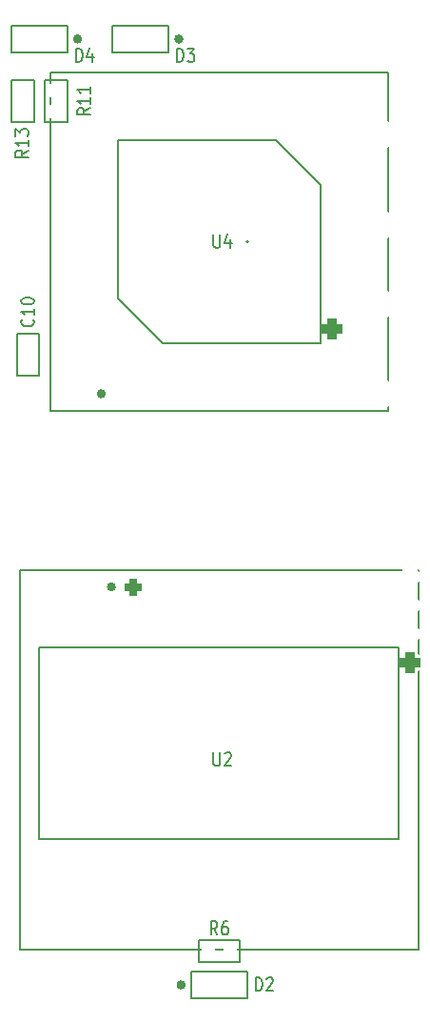
<source format=gto>
G04 #@! TF.GenerationSoftware,KiCad,Pcbnew,(6.0.9)*
G04 #@! TF.CreationDate,2024-01-28T17:54:01+01:00*
G04 #@! TF.ProjectId,Spoke,53706f6b-652e-46b6-9963-61645f706362,1.1*
G04 #@! TF.SameCoordinates,PX5f5e100PY5f5e100*
G04 #@! TF.FileFunction,Legend,Top*
G04 #@! TF.FilePolarity,Positive*
%FSLAX46Y46*%
G04 Gerber Fmt 4.6, Leading zero omitted, Abs format (unit mm)*
G04 Created by KiCad (PCBNEW (6.0.9)) date 2024-01-28 17:54:01*
%MOMM*%
%LPD*%
G01*
G04 APERTURE LIST*
G04 Aperture macros list*
%AMRoundRect*
0 Rectangle with rounded corners*
0 $1 Rounding radius*
0 $2 $3 $4 $5 $6 $7 $8 $9 X,Y pos of 4 corners*
0 Add a 4 corners polygon primitive as box body*
4,1,4,$2,$3,$4,$5,$6,$7,$8,$9,$2,$3,0*
0 Add four circle primitives for the rounded corners*
1,1,$1+$1,$2,$3*
1,1,$1+$1,$4,$5*
1,1,$1+$1,$6,$7*
1,1,$1+$1,$8,$9*
0 Add four rect primitives between the rounded corners*
20,1,$1+$1,$2,$3,$4,$5,0*
20,1,$1+$1,$4,$5,$6,$7,0*
20,1,$1+$1,$6,$7,$8,$9,0*
20,1,$1+$1,$8,$9,$2,$3,0*%
G04 Aperture macros list end*
%ADD10C,0.200000*%
%ADD11C,0.400000*%
%ADD12R,1.300000X1.500000*%
%ADD13R,1.600000X1.800000*%
%ADD14RoundRect,0.375000X-0.375000X-0.375000X0.375000X-0.375000X0.375000X0.375000X-0.375000X0.375000X0*%
%ADD15C,1.500000*%
%ADD16R,1.500000X1.300000*%
%ADD17R,3.000000X2.000000*%
%ADD18O,3.000000X2.000000*%
%ADD19C,1.750000*%
%ADD20C,2.500000*%
%ADD21C,1.800000*%
%ADD22RoundRect,0.450000X0.450000X-0.450000X0.450000X0.450000X-0.450000X0.450000X-0.450000X-0.450000X0*%
%ADD23RoundRect,0.450000X-0.450000X0.450000X-0.450000X-0.450000X0.450000X-0.450000X0.450000X0.450000X0*%
%ADD24O,2.600000X4.000000*%
G04 APERTURE END LIST*
D10*
G04 #@! TO.C,R6*
X-166667Y-37542857D02*
X-500000Y-36971428D01*
X-738096Y-37542857D02*
X-738096Y-36342857D01*
X-357143Y-36342857D01*
X-261905Y-36400000D01*
X-214286Y-36457142D01*
X-166667Y-36571428D01*
X-166667Y-36742857D01*
X-214286Y-36857142D01*
X-261905Y-36914285D01*
X-357143Y-36971428D01*
X-738096Y-36971428D01*
X690476Y-36342857D02*
X500000Y-36342857D01*
X404761Y-36400000D01*
X357142Y-36457142D01*
X261904Y-36628571D01*
X214285Y-36857142D01*
X214285Y-37314285D01*
X261904Y-37428571D01*
X309523Y-37485714D01*
X404761Y-37542857D01*
X595238Y-37542857D01*
X690476Y-37485714D01*
X738095Y-37428571D01*
X785714Y-37314285D01*
X785714Y-37028571D01*
X738095Y-36914285D01*
X690476Y-36857142D01*
X595238Y-36800000D01*
X404761Y-36800000D01*
X309523Y-36857142D01*
X261904Y-36914285D01*
X214285Y-37028571D01*
G04 #@! TO.C,D4*
X-12738096Y39957143D02*
X-12738096Y41157143D01*
X-12500000Y41157143D01*
X-12357143Y41100000D01*
X-12261905Y40985715D01*
X-12214286Y40871429D01*
X-12166667Y40642858D01*
X-12166667Y40471429D01*
X-12214286Y40242858D01*
X-12261905Y40128572D01*
X-12357143Y40014286D01*
X-12500000Y39957143D01*
X-12738096Y39957143D01*
X-11309524Y40757143D02*
X-11309524Y39957143D01*
X-11547620Y41214286D02*
X-11785715Y40357143D01*
X-11166667Y40357143D01*
G04 #@! TO.C,U2*
X-511905Y-21342857D02*
X-511905Y-22314285D01*
X-464286Y-22428571D01*
X-416667Y-22485714D01*
X-321429Y-22542857D01*
X-130953Y-22542857D01*
X-35715Y-22485714D01*
X11904Y-22428571D01*
X59523Y-22314285D01*
X59523Y-21342857D01*
X488095Y-21457142D02*
X535714Y-21400000D01*
X630952Y-21342857D01*
X869047Y-21342857D01*
X964285Y-21400000D01*
X1011904Y-21457142D01*
X1059523Y-21571428D01*
X1059523Y-21685714D01*
X1011904Y-21857142D01*
X440476Y-22542857D01*
X1059523Y-22542857D01*
G04 #@! TO.C,C10*
X-16571429Y17107143D02*
X-16514286Y17059524D01*
X-16457143Y16916667D01*
X-16457143Y16821429D01*
X-16514286Y16678572D01*
X-16628572Y16583334D01*
X-16742858Y16535715D01*
X-16971429Y16488096D01*
X-17142858Y16488096D01*
X-17371429Y16535715D01*
X-17485715Y16583334D01*
X-17600000Y16678572D01*
X-17657143Y16821429D01*
X-17657143Y16916667D01*
X-17600000Y17059524D01*
X-17542858Y17107143D01*
X-16457143Y18059524D02*
X-16457143Y17488096D01*
X-16457143Y17773810D02*
X-17657143Y17773810D01*
X-17485715Y17678572D01*
X-17371429Y17583334D01*
X-17314286Y17488096D01*
X-17657143Y18678572D02*
X-17657143Y18773810D01*
X-17600000Y18869048D01*
X-17542858Y18916667D01*
X-17428572Y18964286D01*
X-17200000Y19011905D01*
X-16914286Y19011905D01*
X-16685715Y18964286D01*
X-16571429Y18916667D01*
X-16514286Y18869048D01*
X-16457143Y18773810D01*
X-16457143Y18678572D01*
X-16514286Y18583334D01*
X-16571429Y18535715D01*
X-16685715Y18488096D01*
X-16914286Y18440477D01*
X-17200000Y18440477D01*
X-17428572Y18488096D01*
X-17542858Y18535715D01*
X-17600000Y18583334D01*
X-17657143Y18678572D01*
G04 #@! TO.C,D3*
X-3738096Y39957143D02*
X-3738096Y41157143D01*
X-3500000Y41157143D01*
X-3357143Y41100000D01*
X-3261905Y40985715D01*
X-3214286Y40871429D01*
X-3166667Y40642858D01*
X-3166667Y40471429D01*
X-3214286Y40242858D01*
X-3261905Y40128572D01*
X-3357143Y40014286D01*
X-3500000Y39957143D01*
X-3738096Y39957143D01*
X-2833334Y41157143D02*
X-2214286Y41157143D01*
X-2547620Y40700000D01*
X-2404762Y40700000D01*
X-2309524Y40642858D01*
X-2261905Y40585715D01*
X-2214286Y40471429D01*
X-2214286Y40185715D01*
X-2261905Y40071429D01*
X-2309524Y40014286D01*
X-2404762Y39957143D01*
X-2690477Y39957143D01*
X-2785715Y40014286D01*
X-2833334Y40071429D01*
G04 #@! TO.C,U4*
X-511905Y24657143D02*
X-511905Y23685715D01*
X-464286Y23571429D01*
X-416667Y23514286D01*
X-321429Y23457143D01*
X-130953Y23457143D01*
X-35715Y23514286D01*
X11904Y23571429D01*
X59523Y23685715D01*
X59523Y24657143D01*
X964285Y24257143D02*
X964285Y23457143D01*
X726190Y24714286D02*
X488095Y23857143D01*
X1107142Y23857143D01*
G04 #@! TO.C,D2*
X3261904Y-42542857D02*
X3261904Y-41342857D01*
X3500000Y-41342857D01*
X3642857Y-41400000D01*
X3738095Y-41514285D01*
X3785714Y-41628571D01*
X3833333Y-41857142D01*
X3833333Y-42028571D01*
X3785714Y-42257142D01*
X3738095Y-42371428D01*
X3642857Y-42485714D01*
X3500000Y-42542857D01*
X3261904Y-42542857D01*
X4214285Y-41457142D02*
X4261904Y-41400000D01*
X4357142Y-41342857D01*
X4595238Y-41342857D01*
X4690476Y-41400000D01*
X4738095Y-41457142D01*
X4785714Y-41571428D01*
X4785714Y-41685714D01*
X4738095Y-41857142D01*
X4166666Y-42542857D01*
X4785714Y-42542857D01*
G04 #@! TO.C,R13*
X-16957143Y32107143D02*
X-17528572Y31773810D01*
X-16957143Y31535715D02*
X-18157143Y31535715D01*
X-18157143Y31916667D01*
X-18100000Y32011905D01*
X-18042858Y32059524D01*
X-17928572Y32107143D01*
X-17757143Y32107143D01*
X-17642858Y32059524D01*
X-17585715Y32011905D01*
X-17528572Y31916667D01*
X-17528572Y31535715D01*
X-16957143Y33059524D02*
X-16957143Y32488096D01*
X-16957143Y32773810D02*
X-18157143Y32773810D01*
X-17985715Y32678572D01*
X-17871429Y32583334D01*
X-17814286Y32488096D01*
X-18157143Y33392858D02*
X-18157143Y34011905D01*
X-17700000Y33678572D01*
X-17700000Y33821429D01*
X-17642858Y33916667D01*
X-17585715Y33964286D01*
X-17471429Y34011905D01*
X-17185715Y34011905D01*
X-17071429Y33964286D01*
X-17014286Y33916667D01*
X-16957143Y33821429D01*
X-16957143Y33535715D01*
X-17014286Y33440477D01*
X-17071429Y33392858D01*
G04 #@! TO.C,R11*
X-11457143Y35857143D02*
X-12028572Y35523810D01*
X-11457143Y35285715D02*
X-12657143Y35285715D01*
X-12657143Y35666667D01*
X-12600000Y35761905D01*
X-12542858Y35809524D01*
X-12428572Y35857143D01*
X-12257143Y35857143D01*
X-12142858Y35809524D01*
X-12085715Y35761905D01*
X-12028572Y35666667D01*
X-12028572Y35285715D01*
X-11457143Y36809524D02*
X-11457143Y36238096D01*
X-11457143Y36523810D02*
X-12657143Y36523810D01*
X-12485715Y36428572D01*
X-12371429Y36333334D01*
X-12314286Y36238096D01*
X-11457143Y37761905D02*
X-11457143Y37190477D01*
X-11457143Y37476191D02*
X-12657143Y37476191D01*
X-12485715Y37380953D01*
X-12371429Y37285715D01*
X-12314286Y37190477D01*
G04 #@! TO.C,R6*
X-1850000Y-38000000D02*
X1850000Y-38000000D01*
X1850000Y-40000000D02*
X-1850000Y-40000000D01*
X1850000Y-38000000D02*
X1850000Y-40000000D01*
X-1850000Y-40000000D02*
X-1850000Y-38000000D01*
G04 #@! TO.C,D4*
X-13500000Y40800000D02*
X-18500000Y40800000D01*
X-18500000Y43200000D02*
X-13500000Y43200000D01*
X-13500000Y43200000D02*
X-13500000Y40800000D01*
X-18500000Y40800000D02*
X-18500000Y43200000D01*
D11*
X-12400000Y42000000D02*
G75*
G03*
X-12400000Y42000000I-200000J0D01*
G01*
D10*
G04 #@! TO.C,U2*
X-17750000Y-38850000D02*
X17750000Y-38850000D01*
X-17750000Y-5150000D02*
X-17750000Y-38850000D01*
X17750000Y-5150000D02*
X17750000Y-38850000D01*
X-17750000Y-5150000D02*
X17750000Y-5150000D01*
X-16000000Y-12030000D02*
X16000000Y-12030000D01*
X16000000Y-12030000D02*
X16000000Y-29030000D01*
X16000000Y-29030000D02*
X-16000000Y-29030000D01*
X-16000000Y-29030000D02*
X-16000000Y-12030000D01*
D11*
X-9400000Y-6650000D02*
G75*
G03*
X-9400000Y-6650000I-200000J0D01*
G01*
D10*
G04 #@! TO.C,C10*
X-16000000Y12150000D02*
X-18000000Y12150000D01*
X-18000000Y12150000D02*
X-18000000Y15850000D01*
X-16000000Y15850000D02*
X-16000000Y12150000D01*
X-18000000Y15850000D02*
X-16000000Y15850000D01*
G04 #@! TO.C,D3*
X-9500000Y40800000D02*
X-9500000Y43200000D01*
X-4500000Y40800000D02*
X-9500000Y40800000D01*
X-4500000Y43200000D02*
X-4500000Y40800000D01*
X-9500000Y43200000D02*
X-4500000Y43200000D01*
D11*
X-3400000Y42000000D02*
G75*
G03*
X-3400000Y42000000I-200000J0D01*
G01*
D10*
G04 #@! TO.C,U4*
X-15000000Y39000000D02*
X15000000Y39000000D01*
X15000000Y9000000D02*
X-15000000Y9000000D01*
X9000000Y29000000D02*
X9000000Y15000000D01*
X-5000000Y15000000D02*
X-9000000Y19000000D01*
X5000000Y33000000D02*
X9000000Y29000000D01*
X-9000000Y19000000D02*
X-9000000Y33000000D01*
X9000000Y15000000D02*
X-5000000Y15000000D01*
X-15000000Y9000000D02*
X-15000000Y39000000D01*
X-9000000Y33000000D02*
X5000000Y33000000D01*
X15000000Y39000000D02*
X15000000Y9000000D01*
X2600000Y24000000D02*
G75*
G03*
X2600000Y24000000I-100000J0D01*
G01*
D11*
X-10300000Y10500000D02*
G75*
G03*
X-10300000Y10500000I-200000J0D01*
G01*
D10*
G04 #@! TO.C,D2*
X2500000Y-43200000D02*
X-2500000Y-43200000D01*
X-2500000Y-43200000D02*
X-2500000Y-40800000D01*
X2500000Y-40800000D02*
X2500000Y-43200000D01*
X-2500000Y-40800000D02*
X2500000Y-40800000D01*
D11*
X-3200000Y-42000000D02*
G75*
G03*
X-3200000Y-42000000I-200000J0D01*
G01*
D10*
G04 #@! TO.C,R13*
X-16500000Y38350000D02*
X-16500000Y34650000D01*
X-18500000Y38350000D02*
X-16500000Y38350000D01*
X-18500000Y34650000D02*
X-18500000Y38350000D01*
X-16500000Y34650000D02*
X-18500000Y34650000D01*
G04 #@! TO.C,R11*
X-13500000Y38350000D02*
X-13500000Y34650000D01*
X-13500000Y34650000D02*
X-15500000Y34650000D01*
X-15500000Y38350000D02*
X-13500000Y38350000D01*
X-15500000Y34650000D02*
X-15500000Y38350000D01*
G04 #@! TD*
%LPC*%
D12*
G04 #@! TO.C,R6*
X950000Y-39000000D03*
X-950000Y-39000000D03*
G04 #@! TD*
D13*
G04 #@! TO.C,D4*
X-14600000Y42000000D03*
X-17400000Y42000000D03*
G04 #@! TD*
D14*
G04 #@! TO.C,U2*
X-7620000Y-6650000D03*
D15*
X-5080000Y-6650000D03*
X-2540000Y-6650000D03*
X0Y-6650000D03*
X2540000Y-6650000D03*
X5080000Y-6650000D03*
X7620000Y-6650000D03*
G04 #@! TD*
D16*
G04 #@! TO.C,C10*
X-17000000Y13050000D03*
X-17000000Y14950000D03*
G04 #@! TD*
D13*
G04 #@! TO.C,D3*
X-5600000Y42000000D03*
X-8400000Y42000000D03*
G04 #@! TD*
D17*
G04 #@! TO.C,U4*
X-13000000Y10500000D03*
D18*
X-13000000Y13000000D03*
X-13000000Y15500000D03*
X-13000000Y18000000D03*
X-13000000Y20500000D03*
X-13000000Y23000000D03*
G04 #@! TD*
D13*
G04 #@! TO.C,D2*
X-1400000Y-42000000D03*
X1400000Y-42000000D03*
G04 #@! TD*
D16*
G04 #@! TO.C,R13*
X-17500000Y35550000D03*
X-17500000Y37450000D03*
G04 #@! TD*
G04 #@! TO.C,R11*
X-14500000Y35550000D03*
X-14500000Y37450000D03*
G04 #@! TD*
D19*
G04 #@! TO.C,SW3*
X17000000Y4750000D03*
D20*
X14510000Y10510000D03*
D19*
X17000000Y9250000D03*
D20*
X14510000Y3500000D03*
G04 #@! TD*
D21*
G04 #@! TO.C,LS1*
X13000000Y-34200000D03*
X13000000Y-41800000D03*
G04 #@! TD*
D22*
G04 #@! TO.C,X6*
X17000000Y-13350000D03*
D21*
X17000000Y-10810000D03*
X17000000Y-8270000D03*
X17000000Y-5730000D03*
X17000000Y-3190000D03*
X17000000Y-650000D03*
G04 #@! TD*
D23*
G04 #@! TO.C,X3*
X10000000Y16290000D03*
D21*
X10000000Y13750000D03*
X10000000Y11210000D03*
G04 #@! TD*
D24*
G04 #@! TO.C,X8*
X7730000Y42100000D03*
G04 #@! TD*
D19*
G04 #@! TO.C,SW2*
X17000000Y19750000D03*
D20*
X14510000Y18500000D03*
X14510000Y25510000D03*
D19*
X17000000Y24250000D03*
G04 #@! TD*
G04 #@! TO.C,SW1*
X17000000Y34750000D03*
D20*
X14510000Y40510000D03*
D19*
X17000000Y39250000D03*
D20*
X14510000Y33500000D03*
G04 #@! TD*
M02*

</source>
